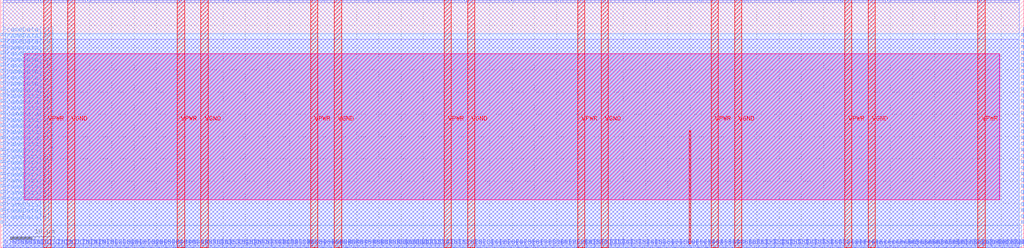
<source format=lef>
VERSION 5.7 ;
  NOWIREEXTENSIONATPIN ON ;
  DIVIDERCHAR "/" ;
  BUSBITCHARS "[]" ;
MACRO N_term_single2
  CLASS BLOCK ;
  FOREIGN N_term_single2 ;
  ORIGIN 0.000 0.000 ;
  SIZE 230.000 BY 55.760 ;
  PIN FrameData[0]
    DIRECTION INPUT ;
    USE SIGNAL ;
    ANTENNAGATEAREA 0.213000 ;
    PORT
      LAYER met3 ;
        RECT 0.000 5.480 0.600 6.080 ;
    END
  END FrameData[0]
  PIN FrameData[10]
    DIRECTION INPUT ;
    USE SIGNAL ;
    ANTENNAGATEAREA 0.631200 ;
    ANTENNADIFFAREA 0.434700 ;
    PORT
      LAYER met3 ;
        RECT 0.000 19.080 0.600 19.680 ;
    END
  END FrameData[10]
  PIN FrameData[11]
    DIRECTION INPUT ;
    USE SIGNAL ;
    ANTENNAGATEAREA 0.631200 ;
    ANTENNADIFFAREA 0.434700 ;
    PORT
      LAYER met3 ;
        RECT 0.000 20.440 0.600 21.040 ;
    END
  END FrameData[11]
  PIN FrameData[12]
    DIRECTION INPUT ;
    USE SIGNAL ;
    ANTENNAGATEAREA 0.631200 ;
    ANTENNADIFFAREA 0.434700 ;
    PORT
      LAYER met3 ;
        RECT 0.000 21.800 0.600 22.400 ;
    END
  END FrameData[12]
  PIN FrameData[13]
    DIRECTION INPUT ;
    USE SIGNAL ;
    ANTENNAGATEAREA 0.213000 ;
    PORT
      LAYER met3 ;
        RECT 0.000 23.160 0.600 23.760 ;
    END
  END FrameData[13]
  PIN FrameData[14]
    DIRECTION INPUT ;
    USE SIGNAL ;
    ANTENNAGATEAREA 0.213000 ;
    PORT
      LAYER met3 ;
        RECT 0.000 24.520 0.600 25.120 ;
    END
  END FrameData[14]
  PIN FrameData[15]
    DIRECTION INPUT ;
    USE SIGNAL ;
    ANTENNAGATEAREA 0.213000 ;
    PORT
      LAYER met3 ;
        RECT 0.000 25.880 0.600 26.480 ;
    END
  END FrameData[15]
  PIN FrameData[16]
    DIRECTION INPUT ;
    USE SIGNAL ;
    ANTENNAGATEAREA 0.213000 ;
    PORT
      LAYER met3 ;
        RECT 0.000 27.240 0.600 27.840 ;
    END
  END FrameData[16]
  PIN FrameData[17]
    DIRECTION INPUT ;
    USE SIGNAL ;
    ANTENNAGATEAREA 0.631200 ;
    ANTENNADIFFAREA 0.434700 ;
    PORT
      LAYER met3 ;
        RECT 0.000 28.600 0.600 29.200 ;
    END
  END FrameData[17]
  PIN FrameData[18]
    DIRECTION INPUT ;
    USE SIGNAL ;
    ANTENNAGATEAREA 0.213000 ;
    PORT
      LAYER met3 ;
        RECT 0.000 29.960 0.600 30.560 ;
    END
  END FrameData[18]
  PIN FrameData[19]
    DIRECTION INPUT ;
    USE SIGNAL ;
    ANTENNAGATEAREA 0.631200 ;
    ANTENNADIFFAREA 0.434700 ;
    PORT
      LAYER met3 ;
        RECT 0.000 31.320 0.600 31.920 ;
    END
  END FrameData[19]
  PIN FrameData[1]
    DIRECTION INPUT ;
    USE SIGNAL ;
    ANTENNAGATEAREA 0.213000 ;
    PORT
      LAYER met3 ;
        RECT 0.000 6.840 0.600 7.440 ;
    END
  END FrameData[1]
  PIN FrameData[20]
    DIRECTION INPUT ;
    USE SIGNAL ;
    ANTENNAGATEAREA 0.213000 ;
    PORT
      LAYER met3 ;
        RECT 0.000 32.680 0.600 33.280 ;
    END
  END FrameData[20]
  PIN FrameData[21]
    DIRECTION INPUT ;
    USE SIGNAL ;
    ANTENNAGATEAREA 0.213000 ;
    PORT
      LAYER met3 ;
        RECT 0.000 34.040 0.600 34.640 ;
    END
  END FrameData[21]
  PIN FrameData[22]
    DIRECTION INPUT ;
    USE SIGNAL ;
    ANTENNAGATEAREA 0.631200 ;
    ANTENNADIFFAREA 0.434700 ;
    PORT
      LAYER met3 ;
        RECT 0.000 35.400 0.600 36.000 ;
    END
  END FrameData[22]
  PIN FrameData[23]
    DIRECTION INPUT ;
    USE SIGNAL ;
    ANTENNAGATEAREA 0.213000 ;
    PORT
      LAYER met3 ;
        RECT 0.000 36.760 0.600 37.360 ;
    END
  END FrameData[23]
  PIN FrameData[24]
    DIRECTION INPUT ;
    USE SIGNAL ;
    ANTENNAGATEAREA 0.631200 ;
    ANTENNADIFFAREA 0.434700 ;
    PORT
      LAYER met3 ;
        RECT 0.000 38.120 0.600 38.720 ;
    END
  END FrameData[24]
  PIN FrameData[25]
    DIRECTION INPUT ;
    USE SIGNAL ;
    ANTENNAGATEAREA 0.631200 ;
    ANTENNADIFFAREA 0.434700 ;
    PORT
      LAYER met3 ;
        RECT 0.000 39.480 0.600 40.080 ;
    END
  END FrameData[25]
  PIN FrameData[26]
    DIRECTION INPUT ;
    USE SIGNAL ;
    ANTENNAGATEAREA 0.196500 ;
    PORT
      LAYER met3 ;
        RECT 0.000 40.840 0.600 41.440 ;
    END
  END FrameData[26]
  PIN FrameData[27]
    DIRECTION INPUT ;
    USE SIGNAL ;
    ANTENNAGATEAREA 0.631200 ;
    ANTENNADIFFAREA 0.434700 ;
    PORT
      LAYER met3 ;
        RECT 0.000 42.200 0.600 42.800 ;
    END
  END FrameData[27]
  PIN FrameData[28]
    DIRECTION INPUT ;
    USE SIGNAL ;
    ANTENNAGATEAREA 0.196500 ;
    PORT
      LAYER met3 ;
        RECT 0.000 43.560 0.600 44.160 ;
    END
  END FrameData[28]
  PIN FrameData[29]
    DIRECTION INPUT ;
    USE SIGNAL ;
    ANTENNAGATEAREA 0.213000 ;
    PORT
      LAYER met3 ;
        RECT 0.000 44.920 0.600 45.520 ;
    END
  END FrameData[29]
  PIN FrameData[2]
    DIRECTION INPUT ;
    USE SIGNAL ;
    ANTENNAGATEAREA 0.213000 ;
    PORT
      LAYER met3 ;
        RECT 0.000 8.200 0.600 8.800 ;
    END
  END FrameData[2]
  PIN FrameData[30]
    DIRECTION INPUT ;
    USE SIGNAL ;
    ANTENNAGATEAREA 0.213000 ;
    PORT
      LAYER met3 ;
        RECT 0.000 46.280 0.600 46.880 ;
    END
  END FrameData[30]
  PIN FrameData[31]
    DIRECTION INPUT ;
    USE SIGNAL ;
    ANTENNAGATEAREA 0.631200 ;
    ANTENNADIFFAREA 0.434700 ;
    PORT
      LAYER met3 ;
        RECT 0.000 47.640 0.600 48.240 ;
    END
  END FrameData[31]
  PIN FrameData[3]
    DIRECTION INPUT ;
    USE SIGNAL ;
    ANTENNAGATEAREA 0.213000 ;
    PORT
      LAYER met3 ;
        RECT 0.000 9.560 0.600 10.160 ;
    END
  END FrameData[3]
  PIN FrameData[4]
    DIRECTION INPUT ;
    USE SIGNAL ;
    ANTENNAGATEAREA 0.213000 ;
    PORT
      LAYER met3 ;
        RECT 0.000 10.920 0.600 11.520 ;
    END
  END FrameData[4]
  PIN FrameData[5]
    DIRECTION INPUT ;
    USE SIGNAL ;
    ANTENNAGATEAREA 0.631200 ;
    ANTENNADIFFAREA 0.434700 ;
    PORT
      LAYER met3 ;
        RECT 0.000 12.280 0.600 12.880 ;
    END
  END FrameData[5]
  PIN FrameData[6]
    DIRECTION INPUT ;
    USE SIGNAL ;
    ANTENNAGATEAREA 0.631200 ;
    ANTENNADIFFAREA 0.434700 ;
    PORT
      LAYER met3 ;
        RECT 0.000 13.640 0.600 14.240 ;
    END
  END FrameData[6]
  PIN FrameData[7]
    DIRECTION INPUT ;
    USE SIGNAL ;
    ANTENNAGATEAREA 0.631200 ;
    ANTENNADIFFAREA 0.434700 ;
    PORT
      LAYER met3 ;
        RECT 0.000 15.000 0.600 15.600 ;
    END
  END FrameData[7]
  PIN FrameData[8]
    DIRECTION INPUT ;
    USE SIGNAL ;
    ANTENNAGATEAREA 0.631200 ;
    ANTENNADIFFAREA 0.434700 ;
    PORT
      LAYER met3 ;
        RECT 0.000 16.360 0.600 16.960 ;
    END
  END FrameData[8]
  PIN FrameData[9]
    DIRECTION INPUT ;
    USE SIGNAL ;
    ANTENNAGATEAREA 0.213000 ;
    PORT
      LAYER met3 ;
        RECT 0.000 17.720 0.600 18.320 ;
    END
  END FrameData[9]
  PIN FrameData_O[0]
    DIRECTION OUTPUT ;
    USE SIGNAL ;
    ANTENNADIFFAREA 0.445500 ;
    PORT
      LAYER met3 ;
        RECT 229.400 5.480 230.000 6.080 ;
    END
  END FrameData_O[0]
  PIN FrameData_O[10]
    DIRECTION OUTPUT ;
    USE SIGNAL ;
    ANTENNADIFFAREA 0.445500 ;
    PORT
      LAYER met3 ;
        RECT 229.400 19.080 230.000 19.680 ;
    END
  END FrameData_O[10]
  PIN FrameData_O[11]
    DIRECTION OUTPUT ;
    USE SIGNAL ;
    ANTENNADIFFAREA 0.445500 ;
    PORT
      LAYER met3 ;
        RECT 229.400 20.440 230.000 21.040 ;
    END
  END FrameData_O[11]
  PIN FrameData_O[12]
    DIRECTION OUTPUT ;
    USE SIGNAL ;
    ANTENNADIFFAREA 0.445500 ;
    PORT
      LAYER met3 ;
        RECT 229.400 21.800 230.000 22.400 ;
    END
  END FrameData_O[12]
  PIN FrameData_O[13]
    DIRECTION OUTPUT ;
    USE SIGNAL ;
    ANTENNADIFFAREA 0.445500 ;
    PORT
      LAYER met3 ;
        RECT 229.400 23.160 230.000 23.760 ;
    END
  END FrameData_O[13]
  PIN FrameData_O[14]
    DIRECTION OUTPUT ;
    USE SIGNAL ;
    ANTENNADIFFAREA 0.445500 ;
    PORT
      LAYER met3 ;
        RECT 229.400 24.520 230.000 25.120 ;
    END
  END FrameData_O[14]
  PIN FrameData_O[15]
    DIRECTION OUTPUT ;
    USE SIGNAL ;
    ANTENNADIFFAREA 0.445500 ;
    PORT
      LAYER met3 ;
        RECT 229.400 25.880 230.000 26.480 ;
    END
  END FrameData_O[15]
  PIN FrameData_O[16]
    DIRECTION OUTPUT ;
    USE SIGNAL ;
    ANTENNADIFFAREA 0.445500 ;
    PORT
      LAYER met3 ;
        RECT 229.400 27.240 230.000 27.840 ;
    END
  END FrameData_O[16]
  PIN FrameData_O[17]
    DIRECTION OUTPUT ;
    USE SIGNAL ;
    ANTENNADIFFAREA 0.445500 ;
    PORT
      LAYER met3 ;
        RECT 229.400 28.600 230.000 29.200 ;
    END
  END FrameData_O[17]
  PIN FrameData_O[18]
    DIRECTION OUTPUT ;
    USE SIGNAL ;
    ANTENNADIFFAREA 0.445500 ;
    PORT
      LAYER met3 ;
        RECT 229.400 29.960 230.000 30.560 ;
    END
  END FrameData_O[18]
  PIN FrameData_O[19]
    DIRECTION OUTPUT ;
    USE SIGNAL ;
    ANTENNADIFFAREA 0.445500 ;
    PORT
      LAYER met3 ;
        RECT 229.400 31.320 230.000 31.920 ;
    END
  END FrameData_O[19]
  PIN FrameData_O[1]
    DIRECTION OUTPUT ;
    USE SIGNAL ;
    ANTENNADIFFAREA 0.445500 ;
    PORT
      LAYER met3 ;
        RECT 229.400 6.840 230.000 7.440 ;
    END
  END FrameData_O[1]
  PIN FrameData_O[20]
    DIRECTION OUTPUT ;
    USE SIGNAL ;
    ANTENNADIFFAREA 0.445500 ;
    PORT
      LAYER met3 ;
        RECT 229.400 32.680 230.000 33.280 ;
    END
  END FrameData_O[20]
  PIN FrameData_O[21]
    DIRECTION OUTPUT ;
    USE SIGNAL ;
    ANTENNADIFFAREA 0.445500 ;
    PORT
      LAYER met3 ;
        RECT 229.400 34.040 230.000 34.640 ;
    END
  END FrameData_O[21]
  PIN FrameData_O[22]
    DIRECTION OUTPUT ;
    USE SIGNAL ;
    ANTENNADIFFAREA 0.445500 ;
    PORT
      LAYER met3 ;
        RECT 229.400 35.400 230.000 36.000 ;
    END
  END FrameData_O[22]
  PIN FrameData_O[23]
    DIRECTION OUTPUT ;
    USE SIGNAL ;
    ANTENNADIFFAREA 0.445500 ;
    PORT
      LAYER met3 ;
        RECT 229.400 36.760 230.000 37.360 ;
    END
  END FrameData_O[23]
  PIN FrameData_O[24]
    DIRECTION OUTPUT ;
    USE SIGNAL ;
    ANTENNADIFFAREA 0.445500 ;
    PORT
      LAYER met3 ;
        RECT 229.400 38.120 230.000 38.720 ;
    END
  END FrameData_O[24]
  PIN FrameData_O[25]
    DIRECTION OUTPUT ;
    USE SIGNAL ;
    ANTENNADIFFAREA 0.445500 ;
    PORT
      LAYER met3 ;
        RECT 229.400 39.480 230.000 40.080 ;
    END
  END FrameData_O[25]
  PIN FrameData_O[26]
    DIRECTION OUTPUT ;
    USE SIGNAL ;
    ANTENNADIFFAREA 0.445500 ;
    PORT
      LAYER met3 ;
        RECT 229.400 40.840 230.000 41.440 ;
    END
  END FrameData_O[26]
  PIN FrameData_O[27]
    DIRECTION OUTPUT ;
    USE SIGNAL ;
    ANTENNADIFFAREA 0.445500 ;
    PORT
      LAYER met3 ;
        RECT 229.400 42.200 230.000 42.800 ;
    END
  END FrameData_O[27]
  PIN FrameData_O[28]
    DIRECTION OUTPUT ;
    USE SIGNAL ;
    ANTENNADIFFAREA 0.445500 ;
    PORT
      LAYER met3 ;
        RECT 229.400 43.560 230.000 44.160 ;
    END
  END FrameData_O[28]
  PIN FrameData_O[29]
    DIRECTION OUTPUT ;
    USE SIGNAL ;
    ANTENNADIFFAREA 0.445500 ;
    PORT
      LAYER met3 ;
        RECT 229.400 44.920 230.000 45.520 ;
    END
  END FrameData_O[29]
  PIN FrameData_O[2]
    DIRECTION OUTPUT ;
    USE SIGNAL ;
    ANTENNADIFFAREA 0.445500 ;
    PORT
      LAYER met3 ;
        RECT 229.400 8.200 230.000 8.800 ;
    END
  END FrameData_O[2]
  PIN FrameData_O[30]
    DIRECTION OUTPUT ;
    USE SIGNAL ;
    ANTENNADIFFAREA 0.445500 ;
    PORT
      LAYER met3 ;
        RECT 229.400 46.280 230.000 46.880 ;
    END
  END FrameData_O[30]
  PIN FrameData_O[31]
    DIRECTION OUTPUT ;
    USE SIGNAL ;
    ANTENNADIFFAREA 0.445500 ;
    PORT
      LAYER met3 ;
        RECT 229.400 47.640 230.000 48.240 ;
    END
  END FrameData_O[31]
  PIN FrameData_O[3]
    DIRECTION OUTPUT ;
    USE SIGNAL ;
    ANTENNADIFFAREA 0.445500 ;
    PORT
      LAYER met3 ;
        RECT 229.400 9.560 230.000 10.160 ;
    END
  END FrameData_O[3]
  PIN FrameData_O[4]
    DIRECTION OUTPUT ;
    USE SIGNAL ;
    ANTENNADIFFAREA 0.445500 ;
    PORT
      LAYER met3 ;
        RECT 229.400 10.920 230.000 11.520 ;
    END
  END FrameData_O[4]
  PIN FrameData_O[5]
    DIRECTION OUTPUT ;
    USE SIGNAL ;
    ANTENNADIFFAREA 0.445500 ;
    PORT
      LAYER met3 ;
        RECT 229.400 12.280 230.000 12.880 ;
    END
  END FrameData_O[5]
  PIN FrameData_O[6]
    DIRECTION OUTPUT ;
    USE SIGNAL ;
    ANTENNADIFFAREA 0.445500 ;
    PORT
      LAYER met3 ;
        RECT 229.400 13.640 230.000 14.240 ;
    END
  END FrameData_O[6]
  PIN FrameData_O[7]
    DIRECTION OUTPUT ;
    USE SIGNAL ;
    ANTENNADIFFAREA 0.445500 ;
    PORT
      LAYER met3 ;
        RECT 229.400 15.000 230.000 15.600 ;
    END
  END FrameData_O[7]
  PIN FrameData_O[8]
    DIRECTION OUTPUT ;
    USE SIGNAL ;
    ANTENNADIFFAREA 0.445500 ;
    PORT
      LAYER met3 ;
        RECT 229.400 16.360 230.000 16.960 ;
    END
  END FrameData_O[8]
  PIN FrameData_O[9]
    DIRECTION OUTPUT ;
    USE SIGNAL ;
    ANTENNADIFFAREA 0.445500 ;
    PORT
      LAYER met3 ;
        RECT 229.400 17.720 230.000 18.320 ;
    END
  END FrameData_O[9]
  PIN FrameStrobe[0]
    DIRECTION INPUT ;
    USE SIGNAL ;
    ANTENNAGATEAREA 0.213000 ;
    PORT
      LAYER met2 ;
        RECT 193.750 0.000 194.030 0.280 ;
    END
  END FrameStrobe[0]
  PIN FrameStrobe[10]
    DIRECTION INPUT ;
    USE SIGNAL ;
    ANTENNAGATEAREA 0.196500 ;
    PORT
      LAYER met2 ;
        RECT 212.150 0.000 212.430 0.280 ;
    END
  END FrameStrobe[10]
  PIN FrameStrobe[11]
    DIRECTION INPUT ;
    USE SIGNAL ;
    ANTENNAGATEAREA 0.196500 ;
    PORT
      LAYER met2 ;
        RECT 213.990 0.000 214.270 0.280 ;
    END
  END FrameStrobe[11]
  PIN FrameStrobe[12]
    DIRECTION INPUT ;
    USE SIGNAL ;
    ANTENNAGATEAREA 0.196500 ;
    PORT
      LAYER met2 ;
        RECT 215.830 0.000 216.110 0.280 ;
    END
  END FrameStrobe[12]
  PIN FrameStrobe[13]
    DIRECTION INPUT ;
    USE SIGNAL ;
    ANTENNAGATEAREA 0.196500 ;
    PORT
      LAYER met2 ;
        RECT 217.670 0.000 217.950 0.280 ;
    END
  END FrameStrobe[13]
  PIN FrameStrobe[14]
    DIRECTION INPUT ;
    USE SIGNAL ;
    ANTENNAGATEAREA 0.196500 ;
    PORT
      LAYER met2 ;
        RECT 219.510 0.000 219.790 0.280 ;
    END
  END FrameStrobe[14]
  PIN FrameStrobe[15]
    DIRECTION INPUT ;
    USE SIGNAL ;
    ANTENNAGATEAREA 0.196500 ;
    PORT
      LAYER met2 ;
        RECT 221.350 0.000 221.630 0.280 ;
    END
  END FrameStrobe[15]
  PIN FrameStrobe[16]
    DIRECTION INPUT ;
    USE SIGNAL ;
    ANTENNAGATEAREA 0.196500 ;
    PORT
      LAYER met2 ;
        RECT 223.190 0.000 223.470 0.280 ;
    END
  END FrameStrobe[16]
  PIN FrameStrobe[17]
    DIRECTION INPUT ;
    USE SIGNAL ;
    ANTENNAGATEAREA 0.196500 ;
    PORT
      LAYER met2 ;
        RECT 225.030 0.000 225.310 0.280 ;
    END
  END FrameStrobe[17]
  PIN FrameStrobe[18]
    DIRECTION INPUT ;
    USE SIGNAL ;
    ANTENNAGATEAREA 0.196500 ;
    PORT
      LAYER met2 ;
        RECT 226.870 0.000 227.150 0.280 ;
    END
  END FrameStrobe[18]
  PIN FrameStrobe[19]
    DIRECTION INPUT ;
    USE SIGNAL ;
    ANTENNAGATEAREA 0.196500 ;
    PORT
      LAYER met2 ;
        RECT 228.710 0.000 228.990 0.280 ;
    END
  END FrameStrobe[19]
  PIN FrameStrobe[1]
    DIRECTION INPUT ;
    USE SIGNAL ;
    ANTENNAGATEAREA 0.213000 ;
    PORT
      LAYER met2 ;
        RECT 195.590 0.000 195.870 0.280 ;
    END
  END FrameStrobe[1]
  PIN FrameStrobe[2]
    DIRECTION INPUT ;
    USE SIGNAL ;
    ANTENNAGATEAREA 0.631200 ;
    ANTENNADIFFAREA 0.434700 ;
    PORT
      LAYER met2 ;
        RECT 197.430 0.000 197.710 0.280 ;
    END
  END FrameStrobe[2]
  PIN FrameStrobe[3]
    DIRECTION INPUT ;
    USE SIGNAL ;
    ANTENNAGATEAREA 0.196500 ;
    PORT
      LAYER met2 ;
        RECT 199.270 0.000 199.550 0.280 ;
    END
  END FrameStrobe[3]
  PIN FrameStrobe[4]
    DIRECTION INPUT ;
    USE SIGNAL ;
    ANTENNAGATEAREA 0.196500 ;
    PORT
      LAYER met2 ;
        RECT 201.110 0.000 201.390 0.280 ;
    END
  END FrameStrobe[4]
  PIN FrameStrobe[5]
    DIRECTION INPUT ;
    USE SIGNAL ;
    ANTENNAGATEAREA 0.196500 ;
    PORT
      LAYER met2 ;
        RECT 202.950 0.000 203.230 0.280 ;
    END
  END FrameStrobe[5]
  PIN FrameStrobe[6]
    DIRECTION INPUT ;
    USE SIGNAL ;
    ANTENNAGATEAREA 0.196500 ;
    PORT
      LAYER met2 ;
        RECT 204.790 0.000 205.070 0.280 ;
    END
  END FrameStrobe[6]
  PIN FrameStrobe[7]
    DIRECTION INPUT ;
    USE SIGNAL ;
    ANTENNAGATEAREA 0.196500 ;
    PORT
      LAYER met2 ;
        RECT 206.630 0.000 206.910 0.280 ;
    END
  END FrameStrobe[7]
  PIN FrameStrobe[8]
    DIRECTION INPUT ;
    USE SIGNAL ;
    ANTENNAGATEAREA 0.196500 ;
    PORT
      LAYER met2 ;
        RECT 208.470 0.000 208.750 0.280 ;
    END
  END FrameStrobe[8]
  PIN FrameStrobe[9]
    DIRECTION INPUT ;
    USE SIGNAL ;
    ANTENNAGATEAREA 0.196500 ;
    PORT
      LAYER met2 ;
        RECT 210.310 0.000 210.590 0.280 ;
    END
  END FrameStrobe[9]
  PIN FrameStrobe_O[0]
    DIRECTION OUTPUT ;
    USE SIGNAL ;
    ANTENNADIFFAREA 0.445500 ;
    PORT
      LAYER met2 ;
        RECT 19.410 55.480 19.690 55.760 ;
    END
  END FrameStrobe_O[0]
  PIN FrameStrobe_O[10]
    DIRECTION OUTPUT ;
    USE SIGNAL ;
    ANTENNADIFFAREA 0.445500 ;
    PORT
      LAYER met2 ;
        RECT 125.210 55.480 125.490 55.760 ;
    END
  END FrameStrobe_O[10]
  PIN FrameStrobe_O[11]
    DIRECTION OUTPUT ;
    USE SIGNAL ;
    ANTENNADIFFAREA 0.445500 ;
    PORT
      LAYER met2 ;
        RECT 135.790 55.480 136.070 55.760 ;
    END
  END FrameStrobe_O[11]
  PIN FrameStrobe_O[12]
    DIRECTION OUTPUT ;
    USE SIGNAL ;
    ANTENNADIFFAREA 0.445500 ;
    PORT
      LAYER met2 ;
        RECT 146.370 55.480 146.650 55.760 ;
    END
  END FrameStrobe_O[12]
  PIN FrameStrobe_O[13]
    DIRECTION OUTPUT ;
    USE SIGNAL ;
    ANTENNADIFFAREA 0.445500 ;
    PORT
      LAYER met2 ;
        RECT 156.950 55.480 157.230 55.760 ;
    END
  END FrameStrobe_O[13]
  PIN FrameStrobe_O[14]
    DIRECTION OUTPUT ;
    USE SIGNAL ;
    ANTENNADIFFAREA 0.445500 ;
    PORT
      LAYER met2 ;
        RECT 167.530 55.480 167.810 55.760 ;
    END
  END FrameStrobe_O[14]
  PIN FrameStrobe_O[15]
    DIRECTION OUTPUT ;
    USE SIGNAL ;
    ANTENNADIFFAREA 0.445500 ;
    PORT
      LAYER met2 ;
        RECT 178.110 55.480 178.390 55.760 ;
    END
  END FrameStrobe_O[15]
  PIN FrameStrobe_O[16]
    DIRECTION OUTPUT ;
    USE SIGNAL ;
    ANTENNADIFFAREA 0.445500 ;
    PORT
      LAYER met2 ;
        RECT 188.690 55.480 188.970 55.760 ;
    END
  END FrameStrobe_O[16]
  PIN FrameStrobe_O[17]
    DIRECTION OUTPUT ;
    USE SIGNAL ;
    ANTENNADIFFAREA 0.445500 ;
    PORT
      LAYER met2 ;
        RECT 199.270 55.480 199.550 55.760 ;
    END
  END FrameStrobe_O[17]
  PIN FrameStrobe_O[18]
    DIRECTION OUTPUT ;
    USE SIGNAL ;
    ANTENNADIFFAREA 0.445500 ;
    PORT
      LAYER met2 ;
        RECT 209.850 55.480 210.130 55.760 ;
    END
  END FrameStrobe_O[18]
  PIN FrameStrobe_O[19]
    DIRECTION OUTPUT ;
    USE SIGNAL ;
    ANTENNADIFFAREA 0.445500 ;
    PORT
      LAYER met2 ;
        RECT 220.430 55.480 220.710 55.760 ;
    END
  END FrameStrobe_O[19]
  PIN FrameStrobe_O[1]
    DIRECTION OUTPUT ;
    USE SIGNAL ;
    ANTENNADIFFAREA 0.445500 ;
    PORT
      LAYER met2 ;
        RECT 29.990 55.480 30.270 55.760 ;
    END
  END FrameStrobe_O[1]
  PIN FrameStrobe_O[2]
    DIRECTION OUTPUT ;
    USE SIGNAL ;
    ANTENNADIFFAREA 0.445500 ;
    PORT
      LAYER met2 ;
        RECT 40.570 55.480 40.850 55.760 ;
    END
  END FrameStrobe_O[2]
  PIN FrameStrobe_O[3]
    DIRECTION OUTPUT ;
    USE SIGNAL ;
    ANTENNADIFFAREA 0.445500 ;
    PORT
      LAYER met2 ;
        RECT 51.150 55.480 51.430 55.760 ;
    END
  END FrameStrobe_O[3]
  PIN FrameStrobe_O[4]
    DIRECTION OUTPUT ;
    USE SIGNAL ;
    ANTENNADIFFAREA 0.445500 ;
    PORT
      LAYER met2 ;
        RECT 61.730 55.480 62.010 55.760 ;
    END
  END FrameStrobe_O[4]
  PIN FrameStrobe_O[5]
    DIRECTION OUTPUT ;
    USE SIGNAL ;
    ANTENNADIFFAREA 0.445500 ;
    PORT
      LAYER met2 ;
        RECT 72.310 55.480 72.590 55.760 ;
    END
  END FrameStrobe_O[5]
  PIN FrameStrobe_O[6]
    DIRECTION OUTPUT ;
    USE SIGNAL ;
    ANTENNADIFFAREA 0.445500 ;
    PORT
      LAYER met2 ;
        RECT 82.890 55.480 83.170 55.760 ;
    END
  END FrameStrobe_O[6]
  PIN FrameStrobe_O[7]
    DIRECTION OUTPUT ;
    USE SIGNAL ;
    ANTENNADIFFAREA 0.445500 ;
    PORT
      LAYER met2 ;
        RECT 93.470 55.480 93.750 55.760 ;
    END
  END FrameStrobe_O[7]
  PIN FrameStrobe_O[8]
    DIRECTION OUTPUT ;
    USE SIGNAL ;
    ANTENNADIFFAREA 0.445500 ;
    PORT
      LAYER met2 ;
        RECT 104.050 55.480 104.330 55.760 ;
    END
  END FrameStrobe_O[8]
  PIN FrameStrobe_O[9]
    DIRECTION OUTPUT ;
    USE SIGNAL ;
    ANTENNADIFFAREA 0.445500 ;
    PORT
      LAYER met2 ;
        RECT 114.630 55.480 114.910 55.760 ;
    END
  END FrameStrobe_O[9]
  PIN N1END[0]
    DIRECTION INPUT ;
    USE SIGNAL ;
    ANTENNAGATEAREA 0.196500 ;
    PORT
      LAYER met2 ;
        RECT 0.550 0.000 0.830 0.280 ;
    END
  END N1END[0]
  PIN N1END[1]
    DIRECTION INPUT ;
    USE SIGNAL ;
    ANTENNAGATEAREA 0.196500 ;
    PORT
      LAYER met2 ;
        RECT 2.390 0.000 2.670 0.280 ;
    END
  END N1END[1]
  PIN N1END[2]
    DIRECTION INPUT ;
    USE SIGNAL ;
    ANTENNAGATEAREA 0.196500 ;
    PORT
      LAYER met2 ;
        RECT 4.230 0.000 4.510 0.280 ;
    END
  END N1END[2]
  PIN N1END[3]
    DIRECTION INPUT ;
    USE SIGNAL ;
    ANTENNAGATEAREA 0.196500 ;
    PORT
      LAYER met2 ;
        RECT 6.070 0.000 6.350 0.280 ;
    END
  END N1END[3]
  PIN N2END[0]
    DIRECTION INPUT ;
    USE SIGNAL ;
    ANTENNAGATEAREA 0.631200 ;
    ANTENNADIFFAREA 0.434700 ;
    PORT
      LAYER met2 ;
        RECT 22.630 0.000 22.910 0.280 ;
    END
  END N2END[0]
  PIN N2END[1]
    DIRECTION INPUT ;
    USE SIGNAL ;
    ANTENNAGATEAREA 0.196500 ;
    PORT
      LAYER met2 ;
        RECT 24.470 0.000 24.750 0.280 ;
    END
  END N2END[1]
  PIN N2END[2]
    DIRECTION INPUT ;
    USE SIGNAL ;
    ANTENNAGATEAREA 0.196500 ;
    PORT
      LAYER met2 ;
        RECT 26.310 0.000 26.590 0.280 ;
    END
  END N2END[2]
  PIN N2END[3]
    DIRECTION INPUT ;
    USE SIGNAL ;
    ANTENNAGATEAREA 0.196500 ;
    PORT
      LAYER met2 ;
        RECT 28.150 0.000 28.430 0.280 ;
    END
  END N2END[3]
  PIN N2END[4]
    DIRECTION INPUT ;
    USE SIGNAL ;
    ANTENNAGATEAREA 0.196500 ;
    PORT
      LAYER met2 ;
        RECT 29.990 0.000 30.270 0.280 ;
    END
  END N2END[4]
  PIN N2END[5]
    DIRECTION INPUT ;
    USE SIGNAL ;
    ANTENNAGATEAREA 0.196500 ;
    PORT
      LAYER met2 ;
        RECT 31.830 0.000 32.110 0.280 ;
    END
  END N2END[5]
  PIN N2END[6]
    DIRECTION INPUT ;
    USE SIGNAL ;
    ANTENNAGATEAREA 0.196500 ;
    PORT
      LAYER met2 ;
        RECT 33.670 0.000 33.950 0.280 ;
    END
  END N2END[6]
  PIN N2END[7]
    DIRECTION INPUT ;
    USE SIGNAL ;
    ANTENNAGATEAREA 0.196500 ;
    PORT
      LAYER met2 ;
        RECT 35.510 0.000 35.790 0.280 ;
    END
  END N2END[7]
  PIN N2MID[0]
    DIRECTION INPUT ;
    USE SIGNAL ;
    ANTENNAGATEAREA 0.196500 ;
    PORT
      LAYER met2 ;
        RECT 7.910 0.000 8.190 0.280 ;
    END
  END N2MID[0]
  PIN N2MID[1]
    DIRECTION INPUT ;
    USE SIGNAL ;
    ANTENNAGATEAREA 0.196500 ;
    PORT
      LAYER met2 ;
        RECT 9.750 0.000 10.030 0.280 ;
    END
  END N2MID[1]
  PIN N2MID[2]
    DIRECTION INPUT ;
    USE SIGNAL ;
    ANTENNAGATEAREA 0.196500 ;
    PORT
      LAYER met2 ;
        RECT 11.590 0.000 11.870 0.280 ;
    END
  END N2MID[2]
  PIN N2MID[3]
    DIRECTION INPUT ;
    USE SIGNAL ;
    ANTENNAGATEAREA 0.196500 ;
    PORT
      LAYER met2 ;
        RECT 13.430 0.000 13.710 0.280 ;
    END
  END N2MID[3]
  PIN N2MID[4]
    DIRECTION INPUT ;
    USE SIGNAL ;
    ANTENNAGATEAREA 0.196500 ;
    PORT
      LAYER met2 ;
        RECT 15.270 0.000 15.550 0.280 ;
    END
  END N2MID[4]
  PIN N2MID[5]
    DIRECTION INPUT ;
    USE SIGNAL ;
    ANTENNAGATEAREA 0.196500 ;
    PORT
      LAYER met2 ;
        RECT 17.110 0.000 17.390 0.280 ;
    END
  END N2MID[5]
  PIN N2MID[6]
    DIRECTION INPUT ;
    USE SIGNAL ;
    ANTENNAGATEAREA 0.196500 ;
    PORT
      LAYER met2 ;
        RECT 18.950 0.000 19.230 0.280 ;
    END
  END N2MID[6]
  PIN N2MID[7]
    DIRECTION INPUT ;
    USE SIGNAL ;
    ANTENNAGATEAREA 0.196500 ;
    PORT
      LAYER met2 ;
        RECT 20.790 0.000 21.070 0.280 ;
    END
  END N2MID[7]
  PIN N4END[0]
    DIRECTION INPUT ;
    USE SIGNAL ;
    ANTENNAGATEAREA 0.196500 ;
    PORT
      LAYER met2 ;
        RECT 37.350 0.000 37.630 0.280 ;
    END
  END N4END[0]
  PIN N4END[10]
    DIRECTION INPUT ;
    USE SIGNAL ;
    ANTENNAGATEAREA 0.631200 ;
    ANTENNADIFFAREA 0.434700 ;
    PORT
      LAYER met2 ;
        RECT 55.750 0.000 56.030 0.280 ;
    END
  END N4END[10]
  PIN N4END[11]
    DIRECTION INPUT ;
    USE SIGNAL ;
    ANTENNAGATEAREA 0.631200 ;
    ANTENNADIFFAREA 0.434700 ;
    PORT
      LAYER met2 ;
        RECT 57.590 0.000 57.870 0.280 ;
    END
  END N4END[11]
  PIN N4END[12]
    DIRECTION INPUT ;
    USE SIGNAL ;
    ANTENNAGATEAREA 0.196500 ;
    PORT
      LAYER met2 ;
        RECT 59.430 0.000 59.710 0.280 ;
    END
  END N4END[12]
  PIN N4END[13]
    DIRECTION INPUT ;
    USE SIGNAL ;
    ANTENNAGATEAREA 0.196500 ;
    PORT
      LAYER met2 ;
        RECT 61.270 0.000 61.550 0.280 ;
    END
  END N4END[13]
  PIN N4END[14]
    DIRECTION INPUT ;
    USE SIGNAL ;
    ANTENNAGATEAREA 0.196500 ;
    PORT
      LAYER met2 ;
        RECT 63.110 0.000 63.390 0.280 ;
    END
  END N4END[14]
  PIN N4END[15]
    DIRECTION INPUT ;
    USE SIGNAL ;
    ANTENNAGATEAREA 0.631200 ;
    ANTENNADIFFAREA 0.434700 ;
    PORT
      LAYER met2 ;
        RECT 64.950 0.000 65.230 0.280 ;
    END
  END N4END[15]
  PIN N4END[1]
    DIRECTION INPUT ;
    USE SIGNAL ;
    ANTENNAGATEAREA 0.196500 ;
    PORT
      LAYER met2 ;
        RECT 39.190 0.000 39.470 0.280 ;
    END
  END N4END[1]
  PIN N4END[2]
    DIRECTION INPUT ;
    USE SIGNAL ;
    ANTENNAGATEAREA 0.196500 ;
    PORT
      LAYER met2 ;
        RECT 41.030 0.000 41.310 0.280 ;
    END
  END N4END[2]
  PIN N4END[3]
    DIRECTION INPUT ;
    USE SIGNAL ;
    ANTENNAGATEAREA 0.196500 ;
    PORT
      LAYER met2 ;
        RECT 42.870 0.000 43.150 0.280 ;
    END
  END N4END[3]
  PIN N4END[4]
    DIRECTION INPUT ;
    USE SIGNAL ;
    ANTENNAGATEAREA 0.631200 ;
    ANTENNADIFFAREA 0.434700 ;
    PORT
      LAYER met2 ;
        RECT 44.710 0.000 44.990 0.280 ;
    END
  END N4END[4]
  PIN N4END[5]
    DIRECTION INPUT ;
    USE SIGNAL ;
    ANTENNAGATEAREA 0.196500 ;
    PORT
      LAYER met2 ;
        RECT 46.550 0.000 46.830 0.280 ;
    END
  END N4END[5]
  PIN N4END[6]
    DIRECTION INPUT ;
    USE SIGNAL ;
    ANTENNAGATEAREA 0.196500 ;
    PORT
      LAYER met2 ;
        RECT 48.390 0.000 48.670 0.280 ;
    END
  END N4END[6]
  PIN N4END[7]
    DIRECTION INPUT ;
    USE SIGNAL ;
    ANTENNAGATEAREA 0.196500 ;
    PORT
      LAYER met2 ;
        RECT 50.230 0.000 50.510 0.280 ;
    END
  END N4END[7]
  PIN N4END[8]
    DIRECTION INPUT ;
    USE SIGNAL ;
    ANTENNAGATEAREA 0.196500 ;
    PORT
      LAYER met2 ;
        RECT 52.070 0.000 52.350 0.280 ;
    END
  END N4END[8]
  PIN N4END[9]
    DIRECTION INPUT ;
    USE SIGNAL ;
    ANTENNAGATEAREA 0.631200 ;
    ANTENNADIFFAREA 0.434700 ;
    PORT
      LAYER met2 ;
        RECT 53.910 0.000 54.190 0.280 ;
    END
  END N4END[9]
  PIN NN4END[0]
    DIRECTION INPUT ;
    USE SIGNAL ;
    ANTENNAGATEAREA 0.631200 ;
    ANTENNADIFFAREA 0.434700 ;
    PORT
      LAYER met2 ;
        RECT 66.790 0.000 67.070 0.280 ;
    END
  END NN4END[0]
  PIN NN4END[10]
    DIRECTION INPUT ;
    USE SIGNAL ;
    ANTENNAGATEAREA 0.196500 ;
    PORT
      LAYER met2 ;
        RECT 85.190 0.000 85.470 0.280 ;
    END
  END NN4END[10]
  PIN NN4END[11]
    DIRECTION INPUT ;
    USE SIGNAL ;
    ANTENNAGATEAREA 0.631200 ;
    ANTENNADIFFAREA 0.434700 ;
    PORT
      LAYER met2 ;
        RECT 87.030 0.000 87.310 0.280 ;
    END
  END NN4END[11]
  PIN NN4END[12]
    DIRECTION INPUT ;
    USE SIGNAL ;
    ANTENNAGATEAREA 0.631200 ;
    ANTENNADIFFAREA 0.434700 ;
    PORT
      LAYER met2 ;
        RECT 88.870 0.000 89.150 0.280 ;
    END
  END NN4END[12]
  PIN NN4END[13]
    DIRECTION INPUT ;
    USE SIGNAL ;
    ANTENNAGATEAREA 0.196500 ;
    PORT
      LAYER met2 ;
        RECT 90.710 0.000 90.990 0.280 ;
    END
  END NN4END[13]
  PIN NN4END[14]
    DIRECTION INPUT ;
    USE SIGNAL ;
    ANTENNAGATEAREA 0.196500 ;
    PORT
      LAYER met2 ;
        RECT 92.550 0.000 92.830 0.280 ;
    END
  END NN4END[14]
  PIN NN4END[15]
    DIRECTION INPUT ;
    USE SIGNAL ;
    ANTENNAGATEAREA 0.196500 ;
    PORT
      LAYER met2 ;
        RECT 94.390 0.000 94.670 0.280 ;
    END
  END NN4END[15]
  PIN NN4END[1]
    DIRECTION INPUT ;
    USE SIGNAL ;
    ANTENNAGATEAREA 0.196500 ;
    PORT
      LAYER met2 ;
        RECT 68.630 0.000 68.910 0.280 ;
    END
  END NN4END[1]
  PIN NN4END[2]
    DIRECTION INPUT ;
    USE SIGNAL ;
    ANTENNAGATEAREA 0.196500 ;
    PORT
      LAYER met2 ;
        RECT 70.470 0.000 70.750 0.280 ;
    END
  END NN4END[2]
  PIN NN4END[3]
    DIRECTION INPUT ;
    USE SIGNAL ;
    ANTENNAGATEAREA 0.196500 ;
    PORT
      LAYER met2 ;
        RECT 72.310 0.000 72.590 0.280 ;
    END
  END NN4END[3]
  PIN NN4END[4]
    DIRECTION INPUT ;
    USE SIGNAL ;
    ANTENNAGATEAREA 0.196500 ;
    PORT
      LAYER met2 ;
        RECT 74.150 0.000 74.430 0.280 ;
    END
  END NN4END[4]
  PIN NN4END[5]
    DIRECTION INPUT ;
    USE SIGNAL ;
    ANTENNAGATEAREA 0.196500 ;
    PORT
      LAYER met2 ;
        RECT 75.990 0.000 76.270 0.280 ;
    END
  END NN4END[5]
  PIN NN4END[6]
    DIRECTION INPUT ;
    USE SIGNAL ;
    ANTENNAGATEAREA 0.631200 ;
    ANTENNADIFFAREA 0.434700 ;
    PORT
      LAYER met2 ;
        RECT 77.830 0.000 78.110 0.280 ;
    END
  END NN4END[6]
  PIN NN4END[7]
    DIRECTION INPUT ;
    USE SIGNAL ;
    ANTENNAGATEAREA 0.196500 ;
    PORT
      LAYER met2 ;
        RECT 79.670 0.000 79.950 0.280 ;
    END
  END NN4END[7]
  PIN NN4END[8]
    DIRECTION INPUT ;
    USE SIGNAL ;
    ANTENNAGATEAREA 0.631200 ;
    ANTENNADIFFAREA 0.434700 ;
    PORT
      LAYER met2 ;
        RECT 81.510 0.000 81.790 0.280 ;
    END
  END NN4END[8]
  PIN NN4END[9]
    DIRECTION INPUT ;
    USE SIGNAL ;
    ANTENNAGATEAREA 0.196500 ;
    PORT
      LAYER met2 ;
        RECT 83.350 0.000 83.630 0.280 ;
    END
  END NN4END[9]
  PIN S1BEG[0]
    DIRECTION OUTPUT ;
    USE SIGNAL ;
    ANTENNADIFFAREA 0.445500 ;
    PORT
      LAYER met2 ;
        RECT 96.230 0.000 96.510 0.280 ;
    END
  END S1BEG[0]
  PIN S1BEG[1]
    DIRECTION OUTPUT ;
    USE SIGNAL ;
    ANTENNADIFFAREA 0.445500 ;
    PORT
      LAYER met2 ;
        RECT 98.070 0.000 98.350 0.280 ;
    END
  END S1BEG[1]
  PIN S1BEG[2]
    DIRECTION OUTPUT ;
    USE SIGNAL ;
    ANTENNADIFFAREA 0.445500 ;
    PORT
      LAYER met2 ;
        RECT 99.910 0.000 100.190 0.280 ;
    END
  END S1BEG[2]
  PIN S1BEG[3]
    DIRECTION OUTPUT ;
    USE SIGNAL ;
    ANTENNADIFFAREA 0.445500 ;
    PORT
      LAYER met2 ;
        RECT 101.750 0.000 102.030 0.280 ;
    END
  END S1BEG[3]
  PIN S2BEG[0]
    DIRECTION OUTPUT ;
    USE SIGNAL ;
    ANTENNADIFFAREA 0.445500 ;
    PORT
      LAYER met2 ;
        RECT 103.590 0.000 103.870 0.280 ;
    END
  END S2BEG[0]
  PIN S2BEG[1]
    DIRECTION OUTPUT ;
    USE SIGNAL ;
    ANTENNADIFFAREA 0.445500 ;
    PORT
      LAYER met2 ;
        RECT 105.430 0.000 105.710 0.280 ;
    END
  END S2BEG[1]
  PIN S2BEG[2]
    DIRECTION OUTPUT ;
    USE SIGNAL ;
    ANTENNADIFFAREA 0.445500 ;
    PORT
      LAYER met2 ;
        RECT 107.270 0.000 107.550 0.280 ;
    END
  END S2BEG[2]
  PIN S2BEG[3]
    DIRECTION OUTPUT ;
    USE SIGNAL ;
    ANTENNADIFFAREA 0.445500 ;
    PORT
      LAYER met2 ;
        RECT 109.110 0.000 109.390 0.280 ;
    END
  END S2BEG[3]
  PIN S2BEG[4]
    DIRECTION OUTPUT ;
    USE SIGNAL ;
    ANTENNADIFFAREA 0.445500 ;
    PORT
      LAYER met2 ;
        RECT 110.950 0.000 111.230 0.280 ;
    END
  END S2BEG[4]
  PIN S2BEG[5]
    DIRECTION OUTPUT ;
    USE SIGNAL ;
    ANTENNADIFFAREA 0.445500 ;
    PORT
      LAYER met2 ;
        RECT 112.790 0.000 113.070 0.280 ;
    END
  END S2BEG[5]
  PIN S2BEG[6]
    DIRECTION OUTPUT ;
    USE SIGNAL ;
    ANTENNADIFFAREA 0.445500 ;
    PORT
      LAYER met2 ;
        RECT 114.630 0.000 114.910 0.280 ;
    END
  END S2BEG[6]
  PIN S2BEG[7]
    DIRECTION OUTPUT ;
    USE SIGNAL ;
    ANTENNADIFFAREA 0.445500 ;
    PORT
      LAYER met2 ;
        RECT 116.470 0.000 116.750 0.280 ;
    END
  END S2BEG[7]
  PIN S2BEGb[0]
    DIRECTION OUTPUT ;
    USE SIGNAL ;
    ANTENNADIFFAREA 0.445500 ;
    PORT
      LAYER met2 ;
        RECT 118.310 0.000 118.590 0.280 ;
    END
  END S2BEGb[0]
  PIN S2BEGb[1]
    DIRECTION OUTPUT ;
    USE SIGNAL ;
    ANTENNADIFFAREA 0.445500 ;
    PORT
      LAYER met2 ;
        RECT 120.150 0.000 120.430 0.280 ;
    END
  END S2BEGb[1]
  PIN S2BEGb[2]
    DIRECTION OUTPUT ;
    USE SIGNAL ;
    ANTENNADIFFAREA 0.445500 ;
    PORT
      LAYER met2 ;
        RECT 121.990 0.000 122.270 0.280 ;
    END
  END S2BEGb[2]
  PIN S2BEGb[3]
    DIRECTION OUTPUT ;
    USE SIGNAL ;
    ANTENNADIFFAREA 0.445500 ;
    PORT
      LAYER met2 ;
        RECT 123.830 0.000 124.110 0.280 ;
    END
  END S2BEGb[3]
  PIN S2BEGb[4]
    DIRECTION OUTPUT ;
    USE SIGNAL ;
    ANTENNADIFFAREA 0.445500 ;
    PORT
      LAYER met2 ;
        RECT 125.670 0.000 125.950 0.280 ;
    END
  END S2BEGb[4]
  PIN S2BEGb[5]
    DIRECTION OUTPUT ;
    USE SIGNAL ;
    ANTENNADIFFAREA 0.445500 ;
    PORT
      LAYER met2 ;
        RECT 127.510 0.000 127.790 0.280 ;
    END
  END S2BEGb[5]
  PIN S2BEGb[6]
    DIRECTION OUTPUT ;
    USE SIGNAL ;
    ANTENNADIFFAREA 0.445500 ;
    PORT
      LAYER met2 ;
        RECT 129.350 0.000 129.630 0.280 ;
    END
  END S2BEGb[6]
  PIN S2BEGb[7]
    DIRECTION OUTPUT ;
    USE SIGNAL ;
    ANTENNADIFFAREA 0.445500 ;
    PORT
      LAYER met2 ;
        RECT 131.190 0.000 131.470 0.280 ;
    END
  END S2BEGb[7]
  PIN S4BEG[0]
    DIRECTION OUTPUT ;
    USE SIGNAL ;
    ANTENNADIFFAREA 0.445500 ;
    PORT
      LAYER met2 ;
        RECT 133.030 0.000 133.310 0.280 ;
    END
  END S4BEG[0]
  PIN S4BEG[10]
    DIRECTION OUTPUT ;
    USE SIGNAL ;
    ANTENNADIFFAREA 0.445500 ;
    PORT
      LAYER met2 ;
        RECT 151.430 0.000 151.710 0.280 ;
    END
  END S4BEG[10]
  PIN S4BEG[11]
    DIRECTION OUTPUT ;
    USE SIGNAL ;
    ANTENNADIFFAREA 0.445500 ;
    PORT
      LAYER met2 ;
        RECT 153.270 0.000 153.550 0.280 ;
    END
  END S4BEG[11]
  PIN S4BEG[12]
    DIRECTION OUTPUT ;
    USE SIGNAL ;
    ANTENNADIFFAREA 0.445500 ;
    PORT
      LAYER met2 ;
        RECT 155.110 0.000 155.390 0.280 ;
    END
  END S4BEG[12]
  PIN S4BEG[13]
    DIRECTION OUTPUT ;
    USE SIGNAL ;
    ANTENNADIFFAREA 0.445500 ;
    PORT
      LAYER met2 ;
        RECT 156.950 0.000 157.230 0.280 ;
    END
  END S4BEG[13]
  PIN S4BEG[14]
    DIRECTION OUTPUT ;
    USE SIGNAL ;
    ANTENNADIFFAREA 0.445500 ;
    PORT
      LAYER met2 ;
        RECT 158.790 0.000 159.070 0.280 ;
    END
  END S4BEG[14]
  PIN S4BEG[15]
    DIRECTION OUTPUT ;
    USE SIGNAL ;
    ANTENNADIFFAREA 0.445500 ;
    PORT
      LAYER met2 ;
        RECT 160.630 0.000 160.910 0.280 ;
    END
  END S4BEG[15]
  PIN S4BEG[1]
    DIRECTION OUTPUT ;
    USE SIGNAL ;
    ANTENNADIFFAREA 0.445500 ;
    PORT
      LAYER met2 ;
        RECT 134.870 0.000 135.150 0.280 ;
    END
  END S4BEG[1]
  PIN S4BEG[2]
    DIRECTION OUTPUT ;
    USE SIGNAL ;
    ANTENNADIFFAREA 0.445500 ;
    PORT
      LAYER met2 ;
        RECT 136.710 0.000 136.990 0.280 ;
    END
  END S4BEG[2]
  PIN S4BEG[3]
    DIRECTION OUTPUT ;
    USE SIGNAL ;
    ANTENNADIFFAREA 0.445500 ;
    PORT
      LAYER met2 ;
        RECT 138.550 0.000 138.830 0.280 ;
    END
  END S4BEG[3]
  PIN S4BEG[4]
    DIRECTION OUTPUT ;
    USE SIGNAL ;
    ANTENNADIFFAREA 0.445500 ;
    PORT
      LAYER met2 ;
        RECT 140.390 0.000 140.670 0.280 ;
    END
  END S4BEG[4]
  PIN S4BEG[5]
    DIRECTION OUTPUT ;
    USE SIGNAL ;
    ANTENNADIFFAREA 0.445500 ;
    PORT
      LAYER met2 ;
        RECT 142.230 0.000 142.510 0.280 ;
    END
  END S4BEG[5]
  PIN S4BEG[6]
    DIRECTION OUTPUT ;
    USE SIGNAL ;
    ANTENNADIFFAREA 0.445500 ;
    PORT
      LAYER met2 ;
        RECT 144.070 0.000 144.350 0.280 ;
    END
  END S4BEG[6]
  PIN S4BEG[7]
    DIRECTION OUTPUT ;
    USE SIGNAL ;
    ANTENNADIFFAREA 0.445500 ;
    PORT
      LAYER met2 ;
        RECT 145.910 0.000 146.190 0.280 ;
    END
  END S4BEG[7]
  PIN S4BEG[8]
    DIRECTION OUTPUT ;
    USE SIGNAL ;
    ANTENNADIFFAREA 0.445500 ;
    PORT
      LAYER met2 ;
        RECT 147.750 0.000 148.030 0.280 ;
    END
  END S4BEG[8]
  PIN S4BEG[9]
    DIRECTION OUTPUT ;
    USE SIGNAL ;
    ANTENNADIFFAREA 0.445500 ;
    PORT
      LAYER met2 ;
        RECT 149.590 0.000 149.870 0.280 ;
    END
  END S4BEG[9]
  PIN SS4BEG[0]
    DIRECTION OUTPUT ;
    USE SIGNAL ;
    ANTENNADIFFAREA 0.445500 ;
    PORT
      LAYER met2 ;
        RECT 162.470 0.000 162.750 0.280 ;
    END
  END SS4BEG[0]
  PIN SS4BEG[10]
    DIRECTION OUTPUT ;
    USE SIGNAL ;
    ANTENNADIFFAREA 0.445500 ;
    PORT
      LAYER met2 ;
        RECT 180.870 0.000 181.150 0.280 ;
    END
  END SS4BEG[10]
  PIN SS4BEG[11]
    DIRECTION OUTPUT ;
    USE SIGNAL ;
    ANTENNADIFFAREA 0.445500 ;
    PORT
      LAYER met2 ;
        RECT 182.710 0.000 182.990 0.280 ;
    END
  END SS4BEG[11]
  PIN SS4BEG[12]
    DIRECTION OUTPUT ;
    USE SIGNAL ;
    ANTENNADIFFAREA 0.445500 ;
    PORT
      LAYER met2 ;
        RECT 184.550 0.000 184.830 0.280 ;
    END
  END SS4BEG[12]
  PIN SS4BEG[13]
    DIRECTION OUTPUT ;
    USE SIGNAL ;
    ANTENNADIFFAREA 0.445500 ;
    PORT
      LAYER met2 ;
        RECT 186.390 0.000 186.670 0.280 ;
    END
  END SS4BEG[13]
  PIN SS4BEG[14]
    DIRECTION OUTPUT ;
    USE SIGNAL ;
    ANTENNADIFFAREA 0.445500 ;
    PORT
      LAYER met2 ;
        RECT 188.230 0.000 188.510 0.280 ;
    END
  END SS4BEG[14]
  PIN SS4BEG[15]
    DIRECTION OUTPUT ;
    USE SIGNAL ;
    ANTENNADIFFAREA 0.445500 ;
    PORT
      LAYER met2 ;
        RECT 190.070 0.000 190.350 0.280 ;
    END
  END SS4BEG[15]
  PIN SS4BEG[1]
    DIRECTION OUTPUT ;
    USE SIGNAL ;
    ANTENNADIFFAREA 0.445500 ;
    PORT
      LAYER met2 ;
        RECT 164.310 0.000 164.590 0.280 ;
    END
  END SS4BEG[1]
  PIN SS4BEG[2]
    DIRECTION OUTPUT ;
    USE SIGNAL ;
    ANTENNADIFFAREA 0.445500 ;
    PORT
      LAYER met2 ;
        RECT 166.150 0.000 166.430 0.280 ;
    END
  END SS4BEG[2]
  PIN SS4BEG[3]
    DIRECTION OUTPUT ;
    USE SIGNAL ;
    ANTENNADIFFAREA 0.445500 ;
    PORT
      LAYER met2 ;
        RECT 167.990 0.000 168.270 0.280 ;
    END
  END SS4BEG[3]
  PIN SS4BEG[4]
    DIRECTION OUTPUT ;
    USE SIGNAL ;
    ANTENNADIFFAREA 0.445500 ;
    PORT
      LAYER met2 ;
        RECT 169.830 0.000 170.110 0.280 ;
    END
  END SS4BEG[4]
  PIN SS4BEG[5]
    DIRECTION OUTPUT ;
    USE SIGNAL ;
    ANTENNADIFFAREA 0.445500 ;
    PORT
      LAYER met2 ;
        RECT 171.670 0.000 171.950 0.280 ;
    END
  END SS4BEG[5]
  PIN SS4BEG[6]
    DIRECTION OUTPUT ;
    USE SIGNAL ;
    ANTENNADIFFAREA 0.445500 ;
    PORT
      LAYER met2 ;
        RECT 173.510 0.000 173.790 0.280 ;
    END
  END SS4BEG[6]
  PIN SS4BEG[7]
    DIRECTION OUTPUT ;
    USE SIGNAL ;
    ANTENNADIFFAREA 0.445500 ;
    PORT
      LAYER met2 ;
        RECT 175.350 0.000 175.630 0.280 ;
    END
  END SS4BEG[7]
  PIN SS4BEG[8]
    DIRECTION OUTPUT ;
    USE SIGNAL ;
    ANTENNADIFFAREA 0.445500 ;
    PORT
      LAYER met2 ;
        RECT 177.190 0.000 177.470 0.280 ;
    END
  END SS4BEG[8]
  PIN SS4BEG[9]
    DIRECTION OUTPUT ;
    USE SIGNAL ;
    ANTENNADIFFAREA 0.445500 ;
    PORT
      LAYER met2 ;
        RECT 179.030 0.000 179.310 0.280 ;
    END
  END SS4BEG[9]
  PIN UserCLK
    DIRECTION INPUT ;
    USE SIGNAL ;
    ANTENNAGATEAREA 0.159000 ;
    PORT
      LAYER met2 ;
        RECT 191.910 0.000 192.190 0.280 ;
    END
  END UserCLK
  PIN UserCLKo
    DIRECTION OUTPUT ;
    USE SIGNAL ;
    ANTENNADIFFAREA 0.340600 ;
    PORT
      LAYER met2 ;
        RECT 8.830 55.480 9.110 55.760 ;
    END
  END UserCLKo
  PIN VGND
    DIRECTION INOUT ;
    USE GROUND ;
    PORT
      LAYER met4 ;
        RECT 15.020 0.000 16.620 55.760 ;
    END
    PORT
      LAYER met4 ;
        RECT 45.020 0.000 46.620 55.760 ;
    END
    PORT
      LAYER met4 ;
        RECT 75.020 0.000 76.620 55.760 ;
    END
    PORT
      LAYER met4 ;
        RECT 105.020 0.000 106.620 55.760 ;
    END
    PORT
      LAYER met4 ;
        RECT 135.020 0.000 136.620 55.760 ;
    END
    PORT
      LAYER met4 ;
        RECT 165.020 0.000 166.620 55.760 ;
    END
    PORT
      LAYER met4 ;
        RECT 195.020 0.000 196.620 55.760 ;
    END
  END VGND
  PIN VPWR
    DIRECTION INOUT ;
    USE POWER ;
    PORT
      LAYER met4 ;
        RECT 9.720 0.000 11.320 55.760 ;
    END
    PORT
      LAYER met4 ;
        RECT 39.720 0.000 41.320 55.760 ;
    END
    PORT
      LAYER met4 ;
        RECT 69.720 0.000 71.320 55.760 ;
    END
    PORT
      LAYER met4 ;
        RECT 99.720 0.000 101.320 55.760 ;
    END
    PORT
      LAYER met4 ;
        RECT 129.720 0.000 131.320 55.760 ;
    END
    PORT
      LAYER met4 ;
        RECT 159.720 0.000 161.320 55.760 ;
    END
    PORT
      LAYER met4 ;
        RECT 189.720 0.000 191.320 55.760 ;
    END
    PORT
      LAYER met4 ;
        RECT 219.720 0.000 221.320 55.760 ;
    END
  END VPWR
  OBS
      LAYER nwell ;
        RECT 5.330 10.795 224.670 43.605 ;
      LAYER li1 ;
        RECT 5.520 10.795 224.480 43.605 ;
      LAYER met1 ;
        RECT 0.530 0.040 229.010 46.880 ;
      LAYER met2 ;
        RECT 0.560 55.200 8.550 55.690 ;
        RECT 9.390 55.200 19.130 55.690 ;
        RECT 19.970 55.200 29.710 55.690 ;
        RECT 30.550 55.200 40.290 55.690 ;
        RECT 41.130 55.200 50.870 55.690 ;
        RECT 51.710 55.200 61.450 55.690 ;
        RECT 62.290 55.200 72.030 55.690 ;
        RECT 72.870 55.200 82.610 55.690 ;
        RECT 83.450 55.200 93.190 55.690 ;
        RECT 94.030 55.200 103.770 55.690 ;
        RECT 104.610 55.200 114.350 55.690 ;
        RECT 115.190 55.200 124.930 55.690 ;
        RECT 125.770 55.200 135.510 55.690 ;
        RECT 136.350 55.200 146.090 55.690 ;
        RECT 146.930 55.200 156.670 55.690 ;
        RECT 157.510 55.200 167.250 55.690 ;
        RECT 168.090 55.200 177.830 55.690 ;
        RECT 178.670 55.200 188.410 55.690 ;
        RECT 189.250 55.200 198.990 55.690 ;
        RECT 199.830 55.200 209.570 55.690 ;
        RECT 210.410 55.200 220.150 55.690 ;
        RECT 220.990 55.200 228.980 55.690 ;
        RECT 0.560 0.560 228.980 55.200 ;
        RECT 1.110 0.010 2.110 0.560 ;
        RECT 2.950 0.010 3.950 0.560 ;
        RECT 4.790 0.010 5.790 0.560 ;
        RECT 6.630 0.010 7.630 0.560 ;
        RECT 8.470 0.010 9.470 0.560 ;
        RECT 10.310 0.010 11.310 0.560 ;
        RECT 12.150 0.010 13.150 0.560 ;
        RECT 13.990 0.010 14.990 0.560 ;
        RECT 15.830 0.010 16.830 0.560 ;
        RECT 17.670 0.010 18.670 0.560 ;
        RECT 19.510 0.010 20.510 0.560 ;
        RECT 21.350 0.010 22.350 0.560 ;
        RECT 23.190 0.010 24.190 0.560 ;
        RECT 25.030 0.010 26.030 0.560 ;
        RECT 26.870 0.010 27.870 0.560 ;
        RECT 28.710 0.010 29.710 0.560 ;
        RECT 30.550 0.010 31.550 0.560 ;
        RECT 32.390 0.010 33.390 0.560 ;
        RECT 34.230 0.010 35.230 0.560 ;
        RECT 36.070 0.010 37.070 0.560 ;
        RECT 37.910 0.010 38.910 0.560 ;
        RECT 39.750 0.010 40.750 0.560 ;
        RECT 41.590 0.010 42.590 0.560 ;
        RECT 43.430 0.010 44.430 0.560 ;
        RECT 45.270 0.010 46.270 0.560 ;
        RECT 47.110 0.010 48.110 0.560 ;
        RECT 48.950 0.010 49.950 0.560 ;
        RECT 50.790 0.010 51.790 0.560 ;
        RECT 52.630 0.010 53.630 0.560 ;
        RECT 54.470 0.010 55.470 0.560 ;
        RECT 56.310 0.010 57.310 0.560 ;
        RECT 58.150 0.010 59.150 0.560 ;
        RECT 59.990 0.010 60.990 0.560 ;
        RECT 61.830 0.010 62.830 0.560 ;
        RECT 63.670 0.010 64.670 0.560 ;
        RECT 65.510 0.010 66.510 0.560 ;
        RECT 67.350 0.010 68.350 0.560 ;
        RECT 69.190 0.010 70.190 0.560 ;
        RECT 71.030 0.010 72.030 0.560 ;
        RECT 72.870 0.010 73.870 0.560 ;
        RECT 74.710 0.010 75.710 0.560 ;
        RECT 76.550 0.010 77.550 0.560 ;
        RECT 78.390 0.010 79.390 0.560 ;
        RECT 80.230 0.010 81.230 0.560 ;
        RECT 82.070 0.010 83.070 0.560 ;
        RECT 83.910 0.010 84.910 0.560 ;
        RECT 85.750 0.010 86.750 0.560 ;
        RECT 87.590 0.010 88.590 0.560 ;
        RECT 89.430 0.010 90.430 0.560 ;
        RECT 91.270 0.010 92.270 0.560 ;
        RECT 93.110 0.010 94.110 0.560 ;
        RECT 94.950 0.010 95.950 0.560 ;
        RECT 96.790 0.010 97.790 0.560 ;
        RECT 98.630 0.010 99.630 0.560 ;
        RECT 100.470 0.010 101.470 0.560 ;
        RECT 102.310 0.010 103.310 0.560 ;
        RECT 104.150 0.010 105.150 0.560 ;
        RECT 105.990 0.010 106.990 0.560 ;
        RECT 107.830 0.010 108.830 0.560 ;
        RECT 109.670 0.010 110.670 0.560 ;
        RECT 111.510 0.010 112.510 0.560 ;
        RECT 113.350 0.010 114.350 0.560 ;
        RECT 115.190 0.010 116.190 0.560 ;
        RECT 117.030 0.010 118.030 0.560 ;
        RECT 118.870 0.010 119.870 0.560 ;
        RECT 120.710 0.010 121.710 0.560 ;
        RECT 122.550 0.010 123.550 0.560 ;
        RECT 124.390 0.010 125.390 0.560 ;
        RECT 126.230 0.010 127.230 0.560 ;
        RECT 128.070 0.010 129.070 0.560 ;
        RECT 129.910 0.010 130.910 0.560 ;
        RECT 131.750 0.010 132.750 0.560 ;
        RECT 133.590 0.010 134.590 0.560 ;
        RECT 135.430 0.010 136.430 0.560 ;
        RECT 137.270 0.010 138.270 0.560 ;
        RECT 139.110 0.010 140.110 0.560 ;
        RECT 140.950 0.010 141.950 0.560 ;
        RECT 142.790 0.010 143.790 0.560 ;
        RECT 144.630 0.010 145.630 0.560 ;
        RECT 146.470 0.010 147.470 0.560 ;
        RECT 148.310 0.010 149.310 0.560 ;
        RECT 150.150 0.010 151.150 0.560 ;
        RECT 151.990 0.010 152.990 0.560 ;
        RECT 153.830 0.010 154.830 0.560 ;
        RECT 155.670 0.010 156.670 0.560 ;
        RECT 157.510 0.010 158.510 0.560 ;
        RECT 159.350 0.010 160.350 0.560 ;
        RECT 161.190 0.010 162.190 0.560 ;
        RECT 163.030 0.010 164.030 0.560 ;
        RECT 164.870 0.010 165.870 0.560 ;
        RECT 166.710 0.010 167.710 0.560 ;
        RECT 168.550 0.010 169.550 0.560 ;
        RECT 170.390 0.010 171.390 0.560 ;
        RECT 172.230 0.010 173.230 0.560 ;
        RECT 174.070 0.010 175.070 0.560 ;
        RECT 175.910 0.010 176.910 0.560 ;
        RECT 177.750 0.010 178.750 0.560 ;
        RECT 179.590 0.010 180.590 0.560 ;
        RECT 181.430 0.010 182.430 0.560 ;
        RECT 183.270 0.010 184.270 0.560 ;
        RECT 185.110 0.010 186.110 0.560 ;
        RECT 186.950 0.010 187.950 0.560 ;
        RECT 188.790 0.010 189.790 0.560 ;
        RECT 190.630 0.010 191.630 0.560 ;
        RECT 192.470 0.010 193.470 0.560 ;
        RECT 194.310 0.010 195.310 0.560 ;
        RECT 196.150 0.010 197.150 0.560 ;
        RECT 197.990 0.010 198.990 0.560 ;
        RECT 199.830 0.010 200.830 0.560 ;
        RECT 201.670 0.010 202.670 0.560 ;
        RECT 203.510 0.010 204.510 0.560 ;
        RECT 205.350 0.010 206.350 0.560 ;
        RECT 207.190 0.010 208.190 0.560 ;
        RECT 209.030 0.010 210.030 0.560 ;
        RECT 210.870 0.010 211.870 0.560 ;
        RECT 212.710 0.010 213.710 0.560 ;
        RECT 214.550 0.010 215.550 0.560 ;
        RECT 216.390 0.010 217.390 0.560 ;
        RECT 218.230 0.010 219.230 0.560 ;
        RECT 220.070 0.010 221.070 0.560 ;
        RECT 221.910 0.010 222.910 0.560 ;
        RECT 223.750 0.010 224.750 0.560 ;
        RECT 225.590 0.010 226.590 0.560 ;
        RECT 227.430 0.010 228.430 0.560 ;
      LAYER met3 ;
        RECT 1.000 5.080 229.000 48.105 ;
        RECT 0.600 0.175 229.400 5.080 ;
      LAYER met4 ;
        RECT 154.855 0.855 155.185 26.345 ;
  END
END N_term_single2
END LIBRARY


</source>
